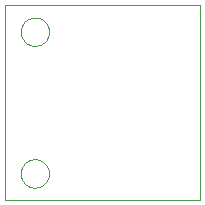
<source format=gko>
G75*
%MOIN*%
%OFA0B0*%
%FSLAX24Y24*%
%IPPOS*%
%LPD*%
%AMOC8*
5,1,8,0,0,1.08239X$1,22.5*
%
%ADD10C,0.0000*%
D10*
X001512Y000100D02*
X001512Y006600D01*
X008012Y006600D01*
X008012Y000100D01*
X001512Y000100D01*
X002040Y000988D02*
X002042Y001031D01*
X002048Y001073D01*
X002058Y001115D01*
X002071Y001156D01*
X002088Y001196D01*
X002109Y001233D01*
X002133Y001269D01*
X002160Y001302D01*
X002190Y001333D01*
X002223Y001361D01*
X002258Y001386D01*
X002295Y001407D01*
X002334Y001425D01*
X002374Y001439D01*
X002416Y001450D01*
X002458Y001457D01*
X002501Y001460D01*
X002544Y001459D01*
X002587Y001454D01*
X002629Y001445D01*
X002670Y001433D01*
X002710Y001417D01*
X002748Y001397D01*
X002784Y001374D01*
X002818Y001347D01*
X002850Y001318D01*
X002878Y001286D01*
X002904Y001251D01*
X002926Y001215D01*
X002945Y001176D01*
X002960Y001136D01*
X002972Y001095D01*
X002980Y001052D01*
X002984Y001009D01*
X002984Y000967D01*
X002980Y000924D01*
X002972Y000881D01*
X002960Y000840D01*
X002945Y000800D01*
X002926Y000761D01*
X002904Y000725D01*
X002878Y000690D01*
X002850Y000658D01*
X002818Y000629D01*
X002784Y000602D01*
X002748Y000579D01*
X002710Y000559D01*
X002670Y000543D01*
X002629Y000531D01*
X002587Y000522D01*
X002544Y000517D01*
X002501Y000516D01*
X002458Y000519D01*
X002416Y000526D01*
X002374Y000537D01*
X002334Y000551D01*
X002295Y000569D01*
X002258Y000590D01*
X002223Y000615D01*
X002190Y000643D01*
X002160Y000674D01*
X002133Y000707D01*
X002109Y000743D01*
X002088Y000780D01*
X002071Y000820D01*
X002058Y000861D01*
X002048Y000903D01*
X002042Y000945D01*
X002040Y000988D01*
X002040Y005712D02*
X002042Y005755D01*
X002048Y005797D01*
X002058Y005839D01*
X002071Y005880D01*
X002088Y005920D01*
X002109Y005957D01*
X002133Y005993D01*
X002160Y006026D01*
X002190Y006057D01*
X002223Y006085D01*
X002258Y006110D01*
X002295Y006131D01*
X002334Y006149D01*
X002374Y006163D01*
X002416Y006174D01*
X002458Y006181D01*
X002501Y006184D01*
X002544Y006183D01*
X002587Y006178D01*
X002629Y006169D01*
X002670Y006157D01*
X002710Y006141D01*
X002748Y006121D01*
X002784Y006098D01*
X002818Y006071D01*
X002850Y006042D01*
X002878Y006010D01*
X002904Y005975D01*
X002926Y005939D01*
X002945Y005900D01*
X002960Y005860D01*
X002972Y005819D01*
X002980Y005776D01*
X002984Y005733D01*
X002984Y005691D01*
X002980Y005648D01*
X002972Y005605D01*
X002960Y005564D01*
X002945Y005524D01*
X002926Y005485D01*
X002904Y005449D01*
X002878Y005414D01*
X002850Y005382D01*
X002818Y005353D01*
X002784Y005326D01*
X002748Y005303D01*
X002710Y005283D01*
X002670Y005267D01*
X002629Y005255D01*
X002587Y005246D01*
X002544Y005241D01*
X002501Y005240D01*
X002458Y005243D01*
X002416Y005250D01*
X002374Y005261D01*
X002334Y005275D01*
X002295Y005293D01*
X002258Y005314D01*
X002223Y005339D01*
X002190Y005367D01*
X002160Y005398D01*
X002133Y005431D01*
X002109Y005467D01*
X002088Y005504D01*
X002071Y005544D01*
X002058Y005585D01*
X002048Y005627D01*
X002042Y005669D01*
X002040Y005712D01*
M02*

</source>
